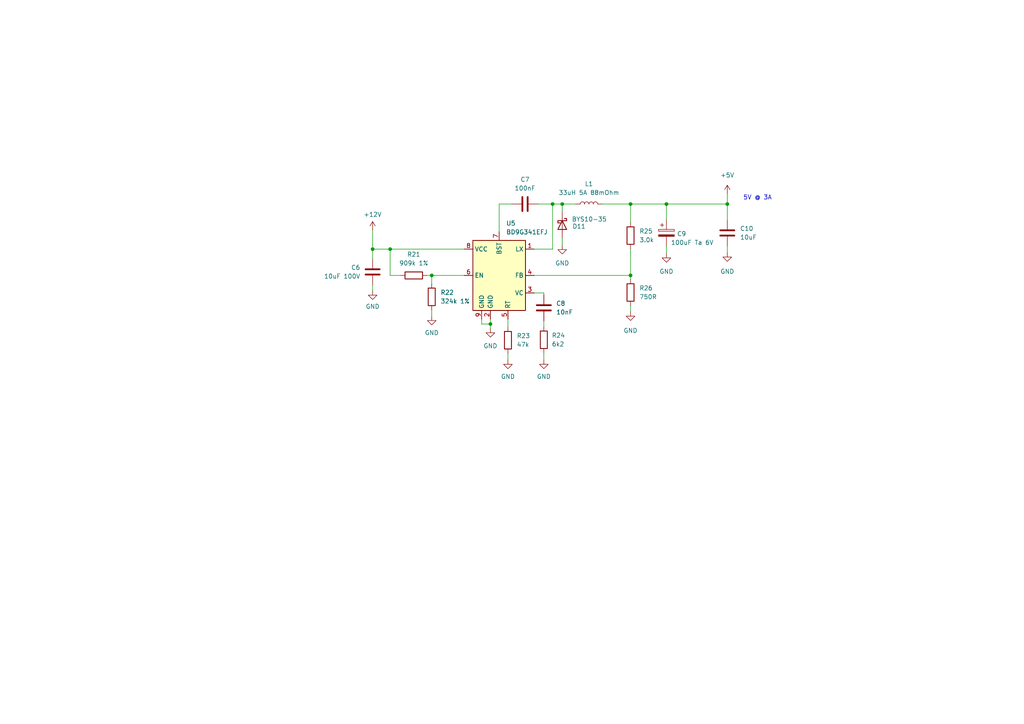
<source format=kicad_sch>
(kicad_sch (version 20211123) (generator eeschema)
  (paper "A4")
  (title_block (title "Webasto Replacement Mainboard (Thermo Top C)") (date "2023-02-22") (rev "2.0") (company "Gavin Hurlbut"))
  (lib_symbols
    (symbol "Beirdo:BD9G341EFJ"
      (property "Reference" "U" (at -6.35 11.43 0))
      (property "Value" "BD9G341EFJ" (at 7.62 11.43 0))
      (symbol "BD9G341EFJ_0_1"
        (rectangle (start -7.62 10.16) (end 7.62 -10.16) (stroke (width 0.254)) (fill (type background)))
      )
      (symbol "BD9G341EFJ_1_1"
        (pin passive line (at 10.16 7.62 180) (length 2.54) (name "LX") (number "1"))
        (pin power_in line (at -2.54 -12.7 90) (length 2.54) (name "GND") (number "2"))
        (pin output line (at 10.16 -5.08 180) (length 2.54) (name "VC") (number "3"))
        (pin input line (at 10.16 0 180) (length 2.54) (name "FB") (number "4"))
        (pin input line (at 2.54 -12.7 90) (length 2.54) (name "RT") (number "5"))
        (pin input line (at -10.16 0 0) (length 2.54) (name "EN") (number "6"))
        (pin input line (at 0 12.7 270) (length 2.54) (name "BST") (number "7"))
        (pin power_in line (at -10.16 7.62 0) (length 2.54) (name "VCC") (number "8"))
        (pin power_in line (at -5.08 -12.7 90) (length 2.54) (name "GND") (number "9"))
      )
    )
    (symbol "Device:C" (pin_numbers hide) (pin_names (offset 0.254))
      (property "Reference" "C" (at 0.635 2.54 0))
      (property "Value" "C" (at 0.635 -2.54 0))
      (symbol "C_0_1"
        (polyline (pts (xy -2.032 -0.762) (xy 2.032 -0.762)) (stroke (width 0.508)))
        (polyline (pts (xy -2.032 0.762) (xy 2.032 0.762)) (stroke (width 0.508)))
      )
      (symbol "C_1_1"
        (pin passive line (at 0 3.81 270) (length 2.794) (name "~") (number "1"))
        (pin passive line (at 0 -3.81 90) (length 2.794) (name "~") (number "2"))
      )
    )
    (symbol "Device:C_Polarized" (pin_numbers hide) (pin_names (offset 0.254))
      (property "Reference" "C" (at 0.635 2.54 0))
      (property "Value" "C_Polarized" (at 0.635 -2.54 0))
      (symbol "C_Polarized_0_1"
        (rectangle (start -2.286 0.508) (end 2.286 1.016))
        (polyline (pts (xy -1.778 2.286) (xy -0.762 2.286)))
        (polyline (pts (xy -1.27 2.794) (xy -1.27 1.778)))
        (rectangle (start 2.286 -0.508) (end -2.286 -1.016) (fill (type outline)))
      )
      (symbol "C_Polarized_1_1"
        (pin passive line (at 0 3.81 270) (length 2.794) (name "~") (number "1"))
        (pin passive line (at 0 -3.81 90) (length 2.794) (name "~") (number "2"))
      )
    )
    (symbol "Device:D_Schottky" (pin_numbers hide) (pin_names (offset 1.016) hide)
      (property "Reference" "D" (at 0 2.54 0))
      (property "Value" "D_Schottky" (at 0 -2.54 0))
      (symbol "D_Schottky_0_1"
        (polyline (pts (xy 1.27 0) (xy -1.27 0)))
        (polyline (pts (xy 1.27 1.27) (xy 1.27 -1.27) (xy -1.27 0) (xy 1.27 1.27)) (stroke (width 0.254)))
        (polyline (pts (xy -1.905 0.635) (xy -1.905 1.27) (xy -1.27 1.27) (xy -1.27 -1.27) (xy -0.635 -1.27) (xy -0.635 -0.635)) (stroke (width 0.254)))
      )
      (symbol "D_Schottky_1_1"
        (pin passive line (at -3.81 0 0) (length 2.54) (name "K") (number "1"))
        (pin passive line (at 3.81 0 180) (length 2.54) (name "A") (number "2"))
      )
    )
    (symbol "Device:L" (pin_numbers hide) (pin_names (offset 1.016) hide)
      (property "Reference" "L" (at -1.27 0 90))
      (property "Value" "L" (at 1.905 0 90))
      (symbol "L_0_1"
        (arc (start 0 -2.54) (mid 0.635 -1.905) (end 0 -1.27))
        (arc (start 0 -1.27) (mid 0.635 -0.635) (end 0 0))
        (arc (start 0 0) (mid 0.635 0.635) (end 0 1.27))
        (arc (start 0 1.27) (mid 0.635 1.905) (end 0 2.54))
      )
      (symbol "L_1_1"
        (pin passive line (at 0 3.81 270) (length 1.27) (name "1") (number "1"))
        (pin passive line (at 0 -3.81 90) (length 1.27) (name "2") (number "2"))
      )
    )
    (symbol "Device:R" (pin_numbers hide) (pin_names (offset 0))
      (property "Reference" "R" (at 2.032 0 90))
      (property "Value" "R" (at 0 0 90))
      (symbol "R_0_1"
        (rectangle (start -1.016 -2.54) (end 1.016 2.54) (stroke (width 0.254)))
      )
      (symbol "R_1_1"
        (pin passive line (at 0 3.81 270) (length 1.27) (name "~") (number "1"))
        (pin passive line (at 0 -3.81 90) (length 1.27) (name "~") (number "2"))
      )
    )
    (symbol "power:+12V" (power) (pin_names (offset 0))
      (property "Value" "+12V" (at 0 3.556 0))
      (symbol "+12V_0_1"
        (polyline (pts (xy -0.762 1.27) (xy 0 2.54)))
        (polyline (pts (xy 0 0) (xy 0 2.54)))
        (polyline (pts (xy 0 2.54) (xy 0.762 1.27)))
      )
      (symbol "+12V_1_1"
        (pin power_in line (at 0 0 90) (length 0) hide (name "+12V") (number "1"))
      )
    )
    (symbol "power:+5V" (power) (pin_names (offset 0))
      (property "Value" "+5V" (at 0 3.556 0))
      (symbol "+5V_0_1"
        (polyline (pts (xy -0.762 1.27) (xy 0 2.54)))
        (polyline (pts (xy 0 0) (xy 0 2.54)))
        (polyline (pts (xy 0 2.54) (xy 0.762 1.27)))
      )
      (symbol "+5V_1_1"
        (pin power_in line (at 0 0 90) (length 0) hide (name "+5V") (number "1"))
      )
    )
    (symbol "power:GND" (power) (pin_names (offset 0))
      (property "Value" "GND" (at 0 -3.81 0))
      (symbol "GND_0_1"
        (polyline (pts (xy 0 0) (xy 0 -1.27) (xy 1.27 -1.27) (xy 0 -2.54) (xy -1.27 -1.27) (xy 0 -1.27)))
      )
      (symbol "GND_1_1"
        (pin power_in line (at 0 0 270) (length 0) hide (name "GND") (number "1"))
      )
    )
  )
  (junction (at 210.947 59.182))
  (junction (at 160.274 59.182))
  (junction (at 108.077 72.263))
  (junction (at 163.068 59.182))
  (junction (at 142.24 93.98))
  (junction (at 182.88 59.182))
  (junction (at 182.88 79.883))
  (junction (at 125.222 79.883))
  (junction (at 193.294 59.182))
  (junction (at 113.157 72.263))
  (wire (pts (xy 108.077 72.263) (xy 113.157 72.263)))
  (wire (pts (xy 210.947 59.182) (xy 210.947 63.754)))
  (wire (pts (xy 116.205 79.883) (xy 113.157 79.883)))
  (wire (pts (xy 193.294 59.182) (xy 193.294 63.754)))
  (wire (pts (xy 108.077 72.263) (xy 108.077 75.057)))
  (wire (pts (xy 154.94 84.963) (xy 157.734 84.963)))
  (wire (pts (xy 182.88 72.136) (xy 182.88 79.883)))
  (wire (pts (xy 157.734 102.362) (xy 157.734 104.394)))
  (wire (pts (xy 125.222 79.883) (xy 125.222 82.296)))
  (wire (pts (xy 144.78 67.183) (xy 144.78 59.182)))
  (wire (pts (xy 160.274 59.182) (xy 160.274 72.263)))
  (wire (pts (xy 147.32 102.489) (xy 147.32 104.394)))
  (wire (pts (xy 160.274 59.182) (xy 163.068 59.182)))
  (wire (pts (xy 154.94 79.883) (xy 182.88 79.883)))
  (wire (pts (xy 108.077 82.677) (xy 108.077 84.328)))
  (wire (pts (xy 125.222 79.883) (xy 134.62 79.883)))
  (wire (pts (xy 163.068 59.182) (xy 167.005 59.182)))
  (wire (pts (xy 113.157 79.883) (xy 113.157 72.263)))
  (wire (pts (xy 154.94 72.263) (xy 160.274 72.263)))
  (wire (pts (xy 163.068 69.088) (xy 163.068 71.12)))
  (wire (pts (xy 182.88 79.883) (xy 182.88 81.026)))
  (wire (pts (xy 144.78 59.182) (xy 148.463 59.182)))
  (wire (pts (xy 210.947 56.261) (xy 210.947 59.182)))
  (wire (pts (xy 108.077 66.802) (xy 108.077 72.263)))
  (wire (pts (xy 193.294 71.374) (xy 193.294 73.533)))
  (wire (pts (xy 174.625 59.182) (xy 182.88 59.182)))
  (wire (pts (xy 210.947 71.374) (xy 210.947 73.279)))
  (wire (pts (xy 139.7 93.98) (xy 142.24 93.98)))
  (wire (pts (xy 182.88 88.646) (xy 182.88 90.424)))
  (wire (pts (xy 142.24 93.98) (xy 142.24 95.25)))
  (wire (pts (xy 193.294 59.182) (xy 210.947 59.182)))
  (wire (pts (xy 147.32 92.583) (xy 147.32 94.869)))
  (wire (pts (xy 182.88 59.182) (xy 182.88 64.516)))
  (wire (pts (xy 157.734 84.963) (xy 157.734 85.471)))
  (wire (pts (xy 163.068 59.182) (xy 163.068 61.468)))
  (wire (pts (xy 157.734 93.091) (xy 157.734 94.742)))
  (wire (pts (xy 182.88 59.182) (xy 193.294 59.182)))
  (wire (pts (xy 142.24 92.583) (xy 142.24 93.98)))
  (wire (pts (xy 156.083 59.182) (xy 160.274 59.182)))
  (wire (pts (xy 139.7 92.583) (xy 139.7 93.98)))
  (wire (pts (xy 125.222 89.916) (xy 125.222 91.694)))
  (wire (pts (xy 123.825 79.883) (xy 125.222 79.883)))
  (wire (pts (xy 113.157 72.263) (xy 134.62 72.263)))
  (text "5V @ 3A" (at 223.901 58.166 180) (effects (font (size 1.27 1.27)) (justify right bottom)))
  (symbol (lib_id "Device:L") (at 170.815 59.182 90) (unit 1)
    (property "Reference" "L1" (at 170.815 53.34 90))
    (property "Value" "33uH 5A 88mOhm" (at 170.815 55.88 90))
    (property "Footprint" "UltraLibrarian:PM4346.333NLT" (effects hide))
    (property "Digikey" "553-PM4346.333NLTTR-ND" (effects hide))
  )
  (symbol (lib_id "Device:C") (at 210.947 67.564 0) (unit 1)
    (property "Reference" "C10" (at 214.63 66.2939 0) (effects (justify left)))
    (property "Value" "10uF" (at 214.63 68.8339 0) (effects (justify left)))
    (property "Footprint" "Capacitor_SMD:C_0805_2012Metric" (effects hide))
  )
  (symbol (lib_id "Device:D_Schottky") (at 163.068 65.278 270) (unit 1)
    (property "Reference" "D11" (at 169.9006 65.659 90) (effects (justify right)))
    (property "Value" "BYS10-35" (at 176.022 63.5762 90) (effects (justify right)))
    (property "Footprint" "Diode_SMD:D_SMA_Handsoldering" (effects hide))
  )
  (symbol (lib_id "Device:R") (at 125.222 86.106 0) (unit 1)
    (property "Reference" "R22" (at 127.762 84.8359 0) (effects (justify left)))
    (property "Value" "324k 1%" (at 127.762 87.3759 0) (effects (justify left)))
    (property "Footprint" "Resistor_SMD:R_0805_2012Metric_Pad1.20x1.40mm_HandSolder" (effects hide))
  )
  (symbol (lib_id "power:GND") (at 210.947 73.279 0) (unit 1)
    (property "Reference" "#PWR061" (effects hide))
    (property "Value" "GND" (at 210.947 78.74 0))
  )
  (symbol (lib_id "Device:R") (at 147.32 98.679 0) (unit 1)
    (property "Reference" "R23" (at 149.86 97.4089 0) (effects (justify left)))
    (property "Value" "47k" (at 149.86 99.9489 0) (effects (justify left)))
    (property "Footprint" "Resistor_SMD:R_0805_2012Metric_Pad1.20x1.40mm_HandSolder" (effects hide))
  )
  (symbol (lib_id "Device:C") (at 108.077 78.867 0) (mirror y) (unit 1)
    (property "Reference" "C6" (at 104.521 77.5969 0) (effects (justify left)))
    (property "Value" "10uF 100V" (at 104.521 80.1369 0) (effects (justify left)))
    (property "Footprint" "Capacitor_SMD:C_1210_3225Metric_Pad1.33x2.70mm_HandSolder" (effects hide))
  )
  (symbol (lib_id "power:GND") (at 163.068 71.12 0) (unit 1)
    (property "Reference" "#PWR057" (effects hide))
    (property "Value" "GND" (at 163.068 76.327 0))
  )
  (symbol (lib_id "Device:R") (at 182.88 68.326 0) (unit 1)
    (property "Reference" "R25" (at 185.42 67.0559 0) (effects (justify left)))
    (property "Value" "3.0k" (at 185.42 69.5959 0) (effects (justify left)))
    (property "Footprint" "Resistor_SMD:R_0805_2012Metric_Pad1.20x1.40mm_HandSolder" (effects hide))
  )
  (symbol (lib_id "power:GND") (at 193.294 73.533 0) (unit 1)
    (property "Reference" "#PWR059" (effects hide))
    (property "Value" "GND" (at 193.294 78.74 0))
  )
  (symbol (lib_id "Device:R") (at 182.88 84.836 0) (unit 1)
    (property "Reference" "R26" (at 185.42 83.5659 0) (effects (justify left)))
    (property "Value" "750R" (at 185.42 86.1059 0) (effects (justify left)))
    (property "Footprint" "Resistor_SMD:R_0805_2012Metric_Pad1.20x1.40mm_HandSolder" (effects hide))
  )
  (symbol (lib_id "Device:C") (at 152.273 59.182 90) (unit 1)
    (property "Reference" "C7" (at 152.273 52.07 90))
    (property "Value" "100nF" (at 152.273 54.61 90))
    (property "Footprint" "Capacitor_SMD:C_0805_2012Metric" (effects hide))
  )
  (symbol (lib_id "power:GND") (at 108.077 84.328 0) (unit 1)
    (property "Reference" "#PWR052" (effects hide))
    (property "Value" "GND" (at 108.077 88.9 0))
  )
  (symbol (lib_id "power:GND") (at 142.24 95.25 0) (unit 1)
    (property "Reference" "#PWR054" (effects hide))
    (property "Value" "GND" (at 142.24 100.33 0))
  )
  (symbol (lib_id "power:GND") (at 125.222 91.694 0) (unit 1)
    (property "Reference" "#PWR053" (effects hide))
    (property "Value" "GND" (at 125.222 96.52 0))
  )
  (symbol (lib_id "power:+12V") (at 108.077 66.802 0) (unit 1)
    (property "Reference" "#PWR051" (effects hide))
    (property "Value" "+12V" (at 108.077 62.23 0))
  )
  (symbol (lib_id "Device:C_Polarized") (at 193.294 67.564 0) (unit 1)
    (property "Reference" "C9" (at 196.342 67.818 0) (effects (justify left)))
    (property "Value" "100uF Ta 6V" (at 194.564 70.358 0) (effects (justify left)))
    (property "Footprint" "Capacitor_Tantalum_SMD:CP_EIA-3216-10_Kemet-I_Pad1.58x1.35mm_HandSolder" (effects hide))
  )
  (symbol (lib_id "power:GND") (at 182.88 90.424 0) (unit 1)
    (property "Reference" "#PWR058" (effects hide))
    (property "Value" "GND" (at 182.88 95.885 0))
  )
  (symbol (lib_id "power:+5V") (at 210.947 56.261 0) (unit 1)
    (property "Reference" "#PWR060" (effects hide))
    (property "Value" "+5V" (at 210.947 50.7983 0))
  )
  (symbol (lib_id "Device:R") (at 120.015 79.883 90) (unit 1)
    (property "Reference" "R21" (at 120.015 73.787 90))
    (property "Value" "909k 1%" (at 120.015 76.327 90))
    (property "Footprint" "Resistor_SMD:R_0805_2012Metric_Pad1.20x1.40mm_HandSolder" (effects hide))
  )
  (symbol (lib_id "Beirdo:BD9G341EFJ") (at 144.78 79.883 0) (unit 1)
    (property "Reference" "U5" (at 146.7994 64.77 0) (effects (justify left)))
    (property "Value" "BD9G341EFJ" (at 146.7994 67.31 0) (effects (justify left)))
    (property "Footprint" "Package_SO:HTSOP-8-1EP_3.9x4.9mm_P1.27mm_EP2.4x3.2mm_ThermalVias" (effects hide))
    (property "Datasheet" "https://media.digikey.com/pdf/Data%20Sheets/Rohm%20PDFs/BD9G341EFJ.pdf" (effects hide))
  )
  (symbol (lib_id "power:GND") (at 147.32 104.394 0) (unit 1)
    (property "Reference" "#PWR055" (effects hide))
    (property "Value" "GND" (at 147.32 109.22 0))
  )
  (symbol (lib_id "Device:R") (at 157.734 98.552 0) (unit 1)
    (property "Reference" "R24" (at 160.02 97.2819 0) (effects (justify left)))
    (property "Value" "6k2" (at 160.02 99.8219 0) (effects (justify left)))
    (property "Footprint" "Resistor_SMD:R_0805_2012Metric_Pad1.20x1.40mm_HandSolder" (effects hide))
  )
  (symbol (lib_id "Device:C") (at 157.734 89.281 0) (unit 1)
    (property "Reference" "C8" (at 161.29 88.0109 0) (effects (justify left)))
    (property "Value" "10nF" (at 161.29 90.5509 0) (effects (justify left)))
    (property "Footprint" "Capacitor_SMD:C_0805_2012Metric" (effects hide))
  )
  (symbol (lib_id "power:GND") (at 157.734 104.394 0) (unit 1)
    (property "Reference" "#PWR056" (effects hide))
    (property "Value" "GND" (at 157.734 109.22 0))
  )
)
</source>
